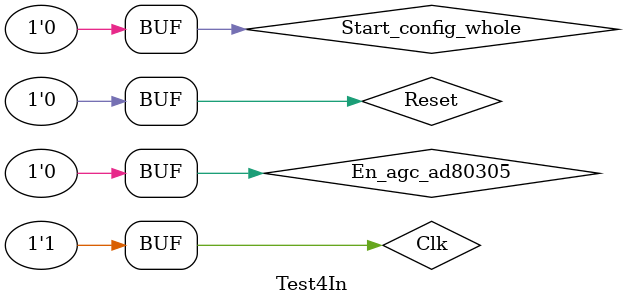
<source format=v>
`timescale 1ns / 1ps


module Test4In(

    );
    /* Inputs */
    // SPI_INTF
    reg         Clk;
    reg         Reset;
    reg         Config_en;             //* High active pluse to start the SPI operation, be sure to hold several clock cycles
    reg         Config_wr_rd;          //* 1'b1: Write, 1'b0: Read
    reg [9:0]   Config_addr;           //* Address which is writed to AD80305
    reg [7:0]   Config_data_wr;        //* Data which is writed to AD80305
    reg         Spi_do;                //* AD80305 SPI DO interface
    
    //CONFIG_PART1
    // reg Clk;
    // reg Reset;
    reg         Config_start;          //* A high active signal to start the whole operation
    wire         Config_done_1byte;     //* A high active signal to indicate 1-byte-configuration data has been send to AD80305 through SPI interface
    
    /* Outputs */
    // SPI_INTF
    wire    [7:0]   Config_data_rd;	   //* Data which is readed from AD80305
    wire            Spi_enb;          //* AD80305 SPI ENB interface
    wire            Spi_clk;          //* AD80305 SPI CLK interface
    wire            Spi_di;           //* AD80305 SPI DI interface
    
    // CONFIG_PART1
    wire            Config_en_1byte;
    wire            Config_wr_rd_1byte;
    wire    [9:0]   Config_addr_1byte;
    wire    [7:0]   Config_data_wr_1byte;    
    wire            Config_end;       //* A high active signal to end the whole operation
    
    /* Others */
    //=============================================================================
    //* Parameters
    //=============================================================================
    //* FSM Parameters
    parameter   [5:0]   IDLE = 6'd0;                                                                   
    parameter   [5:0]   CONFIG_PART1 = 6'd1;
    parameter   [5:0]   CONFIG_END = 6'd63; 
    
     
    //=============================================================================
    //* Variable declaration 
    //=============================================================================
    //* Wires
    wire        En_agc_ad80305;
    
    //* Regs
    reg             Start_config_whole;  
    reg     [5:0]   Current_state;
    reg     [5:0]   Current_state_reg;
    reg     [5:0]   Next_state;
    
    reg     [7:0]   Rd_data_1byte;			//* Read back one data from AD80305 when you set from outside 
    reg             Config_initial_done;    //* The whole initial configure operation is done
    reg             Enable_ad80305;
    reg             Txnrx_ad80305;

//* [1]    
    // Initail for Clk & Reset
    initial begin
    // Initialize Inputs
    Clk = 0;
    Reset = 0;  
    Start_config_whole = 0;
    
    // Wait 100 ns for global reset to finish
    #100;
                          
    Reset = 1;
    #10 Reset = 0;
    Start_config_whole = 1;
    #10 Start_config_whole = 0;                     
end
               
always begin
    #1 Clk = 0;
    #1 Clk = 1;
end

//* [2]
//* FSM which control and write data to AD80305
//* Initial configuration
//*		  ___________________________
//*		  |							|
//*		  |							|
//* 	IDLE --> CONFIG_PART1 --> CONFIG_DONE 
//*
//*		
always @ ( posedge Clk or posedge Reset )
begin
    if ( Reset == 1'b1 )
        Current_state <= IDLE;
    else
        Current_state <= Next_state;
end

always @ ( posedge Clk or posedge Reset )
begin
    if ( Reset == 1'b1 )
        Current_state_reg <= IDLE;
    else
        Current_state_reg <= Current_state;
end 

always @ ( * )
begin
    Next_state = IDLE; 
    case ( Current_state )
        IDLE:
            if ( Start_config_whole == 1'b1 )  
                Next_state = CONFIG_PART1;
            else
                Next_state = IDLE;
                
        CONFIG_PART1:
        	if ( Config_end == 1'b1 )  
        		Next_state = CONFIG_END; 
        	else
        		Next_state = CONFIG_PART1;     
        		
        CONFIG_END:
        	if ( Reset == 1'b1 )
                Next_state = IDLE;
            else
                Next_state = CONFIG_END;
    endcase                
end

always @ ( posedge Clk or posedge Reset )
begin
	if ( Reset == 1'b1 )
		Config_start <= 1'b0;
	else if ( ( Current_state == CONFIG_PART1 ) && ( Current_state_reg == IDLE ) )
		Config_start <= 1'b1;
	else
		Config_start <= 1'b0;
end	

AD80305_CONFIG_PART1	U_AD80305_CONFIG_PART1
    (
    //* Inputs
    .Clk					( Clk ),                    		
    .Reset					( Reset ),							
    .Config_strat			( Config_start ),					
    .Config_done_1byte		( Config_done_1byte ),
    
    //* Outputs
    .Config_en_1byte		( Config_en_1byte ),
    .Config_wr_rd_1byte		( Config_wr_rd_1byte ),
    .Config_addr_1byte		( Config_addr_1byte ),
    .Config_data_wr_1byte	( Config_data_wr_1byte ),    
    .Config_end				( Config_end )					
    );
    
//* [3]
//* Module "AD80305_SPI_READ_WRITE" Interface signals
//* 1: Initial configuration
//* 2: Configuration parameters from outside
//* 
always @ ( posedge Clk or posedge Reset )
begin
	if ( Reset == 1'b1 )
		Config_en <= 1'b0;
	else
		case ( Current_state )
			IDLE: 							  Config_en <= 1'b0;
			CONFIG_PART1: 					  Config_en <= Config_en_1byte;                                   
			CONFIG_END: 					  Config_en <= 1'b0;
			default:                          Config_en <= 1'b0;   
		endcase					
end

always @ ( posedge Clk or posedge Reset )
begin
	if ( Reset == 1'b1 )
		Config_wr_rd <= 1'b0;
	else 
		case ( Current_state )
			IDLE: 							  Config_wr_rd <= 1'b0;
			CONFIG_PART1: 					  Config_wr_rd <= Config_wr_rd_1byte;                 		                        
			CONFIG_END: 					  Config_wr_rd <= 1'b0;
			default:                          Config_wr_rd <= 1'b0;   
		endcase
end		                
			
always @ ( posedge Clk or posedge Reset )
begin
	if ( Reset == 1'b1 )
		Config_addr <= 10'b0;
	else 
		case ( Current_state )
			IDLE: 							  Config_addr <= 10'b0;
			CONFIG_PART1: 					  Config_addr <= Config_addr_1byte;                 
			CONFIG_END: 					  Config_addr <= 10'b0;
			default:                          Config_addr <= 10'b0;   
		endcase
end	

always @ ( posedge Clk or posedge Reset )
begin
	if ( Reset == 1'b1 )
		Config_data_wr <= 1'b0;
	else 
		case ( Current_state )
			IDLE: 							  Config_data_wr <= 8'b0;    			
			CONFIG_PART1: 					  Config_data_wr <= Config_data_wr_1byte;                 
			CONFIG_END: 					  Config_data_wr <= 8'b0;
			default:                          Config_data_wr <= 8'b0;   
		endcase
end			
		
//* [4]
//* Wirte or Read operation of SPI Interface
//*
AD80305_SPI_READ_WRITE		U1_AD80305_SPI_READ_WRITE
    (
    //* Inputs
    .Clk				( Clk ),
    .Reset				( Reset ),
    .Config_en			( Config_en ),			
    .Config_wr_rd		( Config_wr_rd ),		
    .Config_addr		( Config_addr ),		
    .Config_data_wr		( Config_data_wr ),		
    .Spi_do				( Spi_do ),
    
    //* Outputs
    .Config_data_rd		( Config_data_rd ),		
    .Config_done		( Config_done_1byte ),
    .Spi_enb			( Spi_enb ),
    .Spi_clk			( Spi_clk ),
    .Spi_di 			( Spi_di )
    );  

always @ ( posedge Clk or posedge Reset )
begin
	if ( Reset == 1'b1 )
		Rd_data_1byte <= 8'b0;
	else if ( Current_state == IDLE ) 
		Rd_data_1byte <= Config_data_rd;
	else
		Rd_data_1byte <= 8'b0;
end	

//* [5]
//* The initial operation is right or not
//*

//* [6]
//* All the initial registers have been transmitted to AD80305 with the right way
//* The initial operation is done
//*
always @ ( posedge Clk or posedge Reset )
begin
    if ( Reset == 1'b1 )
        Config_initial_done <= 1'b0;
	else if ( Start_config_whole == 1'b1 ) 
		Config_initial_done <= 1'b0;        
    else if ( Current_state == CONFIG_END ) 
        Config_initial_done <= 1'b1;
    else
        ;
end  

//* [7]
//* ENSM Control
//*
always @ ( posedge Clk or posedge Reset )
begin
	if ( Reset == 1'b1 )
		Enable_ad80305 <= 1'b0;
	else if ( Start_config_whole == 1'b1 )
		Enable_ad80305 <= 1'b0;
	else if ( Current_state == CONFIG_END )
		Enable_ad80305 <= 1'b1;
	else
		;
end

always @ ( posedge Clk or posedge Reset )
begin
	if ( Reset == 1'b1 )
		Txnrx_ad80305 <= 1'b0;
	else if ( Start_config_whole == 1'b1 )
		Txnrx_ad80305 <= 1'b0;
	else if ( Current_state == CONFIG_END )
		Txnrx_ad80305 <= 1'b1;
	else
		;
end

assign En_agc_ad80305 = 1'b0;

endmodule

</source>
